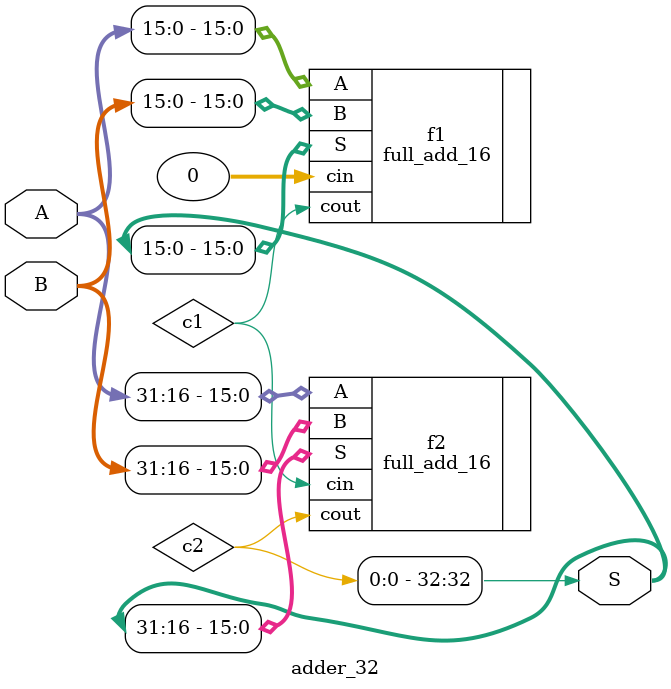
<source format=v>
`timescale 1ns / 1ps
module adder_32(
					input [31:0] A,
					input [31:0] B,
					output [32:0] S
    );
	 wire c1,c2;
	 full_add_16 f1(.A(A[15: 0]), .B(B[15: 0]), .cin(0),  .S(S[15: 0]), .cout(c1));
	 full_add_16 f2(.A(A[31:16]), .B(B[31:16]), .cin(c1), .S(S[31:16]), .cout(c2));
	 assign S[32] = c2;

endmodule

</source>
